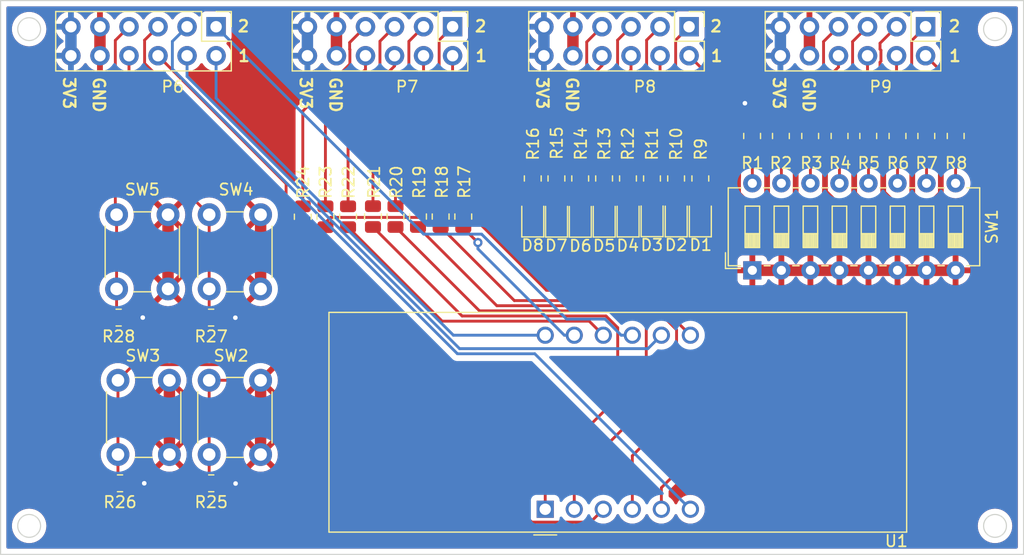
<source format=kicad_pcb>
(kicad_pcb (version 20211014) (generator pcbnew)
  (layers (0 "F.Cu" signal) (31 "B.Cu" signal) (34 "B.Paste" user) (35 "F.Paste" user) (36 "B.SilkS" user "B.Silkscreen") (37 "F.SilkS" user "F.Silkscreen") (38 "B.Mask" user) (39 "F.Mask" user) (44 "Edge.Cuts" user))
  (net 0 "")
  (net 1 "GND")
  (net 2 "Net-(D1-Pad2)")
  (net 3 "Net-(D2-Pad2)")
  (net 4 "Net-(D3-Pad2)")
  (net 5 "Net-(D4-Pad2)")
  (net 6 "Net-(D5-Pad2)")
  (net 7 "Net-(D6-Pad2)")
  (net 8 "Net-(D7-Pad2)")
  (net 9 "Net-(D8-Pad2)")
  (net 10 "/DISPLAY/1P6")
  (net 11 "/DISPLAY/2P6")
  (net 12 "/DISPLAY/3P6")
  (net 13 "/DISPLAY/4P6")
  (net 14 "/PIN_HEADER_8X4/5P6")
  (net 15 "/PIN_HEADER_8X4/6P6")
  (net 16 "/PIN_HEADER_8X4/7P6")
  (net 17 "/PIN_HEADER_8X4/8P6")
  (net 18 "+3V3")
  (net 19 "/DISPLAY/1P7")
  (net 20 "/DISPLAY/2P7")
  (net 21 "/DISPLAY/3P7")
  (net 22 "/DISPLAY/4P7")
  (net 23 "/DISPLAY/5P7")
  (net 24 "/DISPLAY/6P7")
  (net 25 "/DISPLAY/7P7")
  (net 26 "/DISPLAY/8P7")
  (net 27 "/LEDs/1P8")
  (net 28 "/LEDs/2P8")
  (net 29 "/LEDs/3P8")
  (net 30 "/LEDs/4P8")
  (net 31 "/LEDs/5P8")
  (net 32 "/LEDs/6P8")
  (net 33 "/LEDs/7P8")
  (net 34 "/LEDs/8P8")
  (net 35 "/DIP_SWITCH/1P9")
  (net 36 "/DIP_SWITCH/2P9")
  (net 37 "/DIP_SWITCH/3P9")
  (net 38 "/DIP_SWITCH/4P9")
  (net 39 "/DIP_SWITCH/5P9")
  (net 40 "/DIP_SWITCH/6P9")
  (net 41 "/DIP_SWITCH/7P9")
  (net 42 "/DIP_SWITCH/8P9")
  (net 43 "Net-(R17-Pad2)")
  (net 44 "Net-(R18-Pad2)")
  (net 45 "Net-(R19-Pad2)")
  (net 46 "Net-(R20-Pad2)")
  (net 47 "Net-(R21-Pad2)")
  (net 48 "Net-(R22-Pad2)")
  (net 49 "Net-(R23-Pad2)")
  (net 50 "Net-(R24-Pad2)")
  (footprint "Resistor_SMD:R_0805_2012Metric" (layer "F.Cu") (at 91.92 65.93 -90)
    (fp_text reference "R23")
    (fp_text value "1K" hide)
  )
  (footprint "Resistor_SMD:R_0805_2012Metric" (layer "F.Cu") (at 103.98 65.9125 -90)
    (fp_text reference "R17")
    (fp_text value "1K" hide)
  )
  (footprint "Resistor_SMD:R_0805_2012Metric" (layer "F.Cu") (at 124.72 62.5775 -90)
    (fp_text reference "R9")
    (fp_text value "2.2K" hide)
  )
  (footprint "Resistor_SMD:R_0805_2012Metric" (layer "F.Cu") (at 141.97 58.8575 -90)
    (fp_text reference "R6")
    (fp_text value "1K" hide)
  )
  (footprint "Resistor_SMD:R_0805_2012Metric" (layer "F.Cu") (at 134.33 58.8575 -90)
    (fp_text reference "R3")
    (fp_text value "1K" hide)
  )
  (footprint "Resistor_SMD:R_0805_2012Metric" (layer "F.Cu") (at 120.49 62.5775 -90)
    (fp_text reference "R11")
    (fp_text value "2.2K" hide)
  )
  (footprint "Resistor_SMD:R_0805_2012Metric" (layer "F.Cu") (at 73.83 74.76 180)
    (fp_text reference "R28")
    (fp_text value "1K" hide)
  )
  (footprint "Resistor_SMD:R_0805_2012Metric" (layer "F.Cu") (at 118.39 62.5775 -90)
    (fp_text reference "R12")
    (fp_text value "2.2K" hide)
  )
  (footprint "LED_SMD:LED_0805_2012Metric" (layer "F.Cu") (at 120.5 65.99 90)
    (fp_text reference "D3")
    (fp_text value "LED" hide)
  )
  (footprint "Resistor_SMD:R_0805_2012Metric" (layer "F.Cu") (at 129.25 58.8575 -90)
    (fp_text reference "R1")
    (fp_text value "1K" hide)
  )
  (footprint "Button_Switch_THT:SW_PUSH_6mm" (layer "F.Cu") (at 78.15 65.75 -90)
    (fp_text reference "SW5")
    (fp_text value "SW_Push" hide)
  )
  (footprint "LED_SMD:LED_0805_2012Metric" (layer "F.Cu") (at 122.61 66 90)
    (fp_text reference "D2")
    (fp_text value "LED" hide)
  )
  (footprint "LED_SMD:LED_0805_2012Metric" (layer "F.Cu") (at 110.06 66.01 90)
    (fp_text reference "D8")
    (fp_text value "LED" hide)
  )
  (footprint "Connector_PinHeader_2.54mm:PinHeader_2x06_P2.54mm_Vertical" (layer "F.Cu") (at 144.425 49.29 -90)
    (fp_text reference "J4" hide)
    (fp_text value "P9")
  )
  (footprint "LED_SMD:LED_0805_2012Metric" (layer "F.Cu") (at 124.72 66 90)
    (fp_text reference "D1")
    (fp_text value "LED" hide)
  )
  (footprint "Connector_PinHeader_2.54mm:PinHeader_2x06_P2.54mm_Vertical" (layer "F.Cu") (at 103.045 49.29 -90)
    (fp_text reference "J2" hide)
    (fp_text value "P7")
  )
  (footprint "Resistor_SMD:R_0805_2012Metric" (layer "F.Cu") (at 93.9 65.93 -90)
    (fp_text reference "R22")
    (fp_text value "1K" hide)
  )
  (footprint "Resistor_SMD:R_0805_2012Metric" (layer "F.Cu") (at 100.02 65.9125 -90)
    (fp_text reference "R19")
    (fp_text value "1K" hide)
  )
  (footprint "Resistor_SMD:R_0805_2012Metric" (layer "F.Cu") (at 98.05 65.9125 -90)
    (fp_text reference "R20")
    (fp_text value "1K" hide)
  )
  (footprint "Resistor_SMD:R_0805_2012Metric" (layer "F.Cu") (at 116.3 62.5775 -90)
    (fp_text reference "R13")
    (fp_text value "2.2K" hide)
  )
  (footprint "Button_Switch_THT:SW_DIP_SPSTx08_Slide_6.7x21.88mm_W7.62mm_P2.54mm_LowProfile" (layer "F.Cu") (at 129.27 70.62 90)
    (fp_text reference "SW1")
    (fp_text value "SW_DIP_x08" hide)
  )
  (footprint "LED_SMD:LED_0805_2012Metric" (layer "F.Cu") (at 118.4 66.01 90)
    (fp_text reference "D4")
    (fp_text value "LED" hide)
  )
  (footprint "Resistor_SMD:R_0805_2012Metric" (layer "F.Cu") (at 144.49 58.8575 -90)
    (fp_text reference "R7")
    (fp_text value "1K" hide)
  )
  (footprint "Resistor_SMD:R_0805_2012Metric" (layer "F.Cu") (at 81.92 74.76 180)
    (fp_text reference "R27")
    (fp_text value "1K" hide)
  )
  (footprint "LED_SMD:LED_0805_2012Metric" (layer "F.Cu") (at 112.14 66.02 90)
    (fp_text reference "D7")
    (fp_text value "LED" hide)
  )
  (footprint "Button_Switch_THT:SW_PUSH_6mm" (layer "F.Cu") (at 86.25 80.25 -90)
    (fp_text reference "SW2")
    (fp_text value "SW_Push" hide)
  )
  (footprint "Resistor_SMD:R_0805_2012Metric" (layer "F.Cu") (at 89.94 65.93 -90)
    (fp_text reference "R24")
    (fp_text value "1K" hide)
  )
  (footprint "LED_SMD:LED_0805_2012Metric" (layer "F.Cu") (at 116.31 66.02 90)
    (fp_text reference "D5")
    (fp_text value "LED" hide)
  )
  (footprint "Resistor_SMD:R_0805_2012Metric" (layer "F.Cu") (at 114.21 62.5775 -90)
    (fp_text reference "R14")
    (fp_text value "2.2K" hide)
  )
  (footprint "Resistor_SMD:R_0805_2012Metric" (layer "F.Cu") (at 110.06 62.5775 -90)
    (fp_text reference "R16")
    (fp_text value "2.2K" hide)
  )
  (footprint "Resistor_SMD:R_0805_2012Metric" (layer "F.Cu") (at 96.08 65.9125 -90)
    (fp_text reference "R21")
    (fp_text value "1K" hide)
  )
  (footprint "Resistor_SMD:R_0805_2012Metric" (layer "F.Cu") (at 139.41 58.8575 -90)
    (fp_text reference "R5")
    (fp_text value "1K" hide)
  )
  (footprint "Button_Switch_THT:SW_PUSH_6mm" (layer "F.Cu") (at 78.27 80.25 -90)
    (fp_text reference "SW3")
    (fp_text value "SW_Push" hide)
  )
  (footprint "Button_Switch_THT:SW_PUSH_6mm" (layer "F.Cu") (at 86.25 65.75 -90)
    (fp_text reference "SW4")
    (fp_text value "SW_Push" hide)
  )
  (footprint "Resistor_SMD:R_0805_2012Metric" (layer "F.Cu") (at 131.77 58.8575 -90)
    (fp_text reference "R2")
    (fp_text value "1K" hide)
  )
  (footprint "Resistor_SMD:R_0805_2012Metric" (layer "F.Cu") (at 122.6 62.5775 -90)
    (fp_text reference "R10")
    (fp_text value "2.2K" hide)
  )
  (footprint "Resistor_SMD:R_0805_2012Metric" (layer "F.Cu") (at 112.13 62.5775 -90)
    (fp_text reference "R15")
    (fp_text value "2.2K" hide)
  )
  (footprint "Display_7Segment:CA56-12CGKWA" (layer "F.Cu") (at 111.15 91.5425 90)
    (fp_text reference "U1")
    (fp_text value "CA56-12CGKWA" hide)
  )
  (footprint "Connector_PinHeader_2.54mm:PinHeader_2x06_P2.54mm_Vertical" (layer "F.Cu") (at 123.735 49.29 -90)
    (fp_text reference "J3" hide)
    (fp_text value "P8")
  )
  (footprint "Resistor_SMD:R_0805_2012Metric" (layer "F.Cu") (at 81.93 89.27 180)
    (fp_text reference "R25")
    (fp_text value "1K" hide)
  )
  (footprint "LED_SMD:LED_0805_2012Metric" (layer "F.Cu") (at 114.22 66.03 90)
    (fp_text reference "D6")
    (fp_text value "LED" hide)
  )
  (footprint "Resistor_SMD:R_0805_2012Metric" (layer "F.Cu") (at 73.95 89.27 180)
    (fp_text reference "R26")
    (fp_text value "1K" hide)
  )
  (footprint "Resistor_SMD:R_0805_2012Metric" (layer "F.Cu") (at 102 65.9125 -90)
    (fp_text reference "R18")
    (fp_text value "1K" hide)
  )
  (footprint "Connector_PinHeader_2.54mm:PinHeader_2x06_P2.54mm_Vertical" (layer "F.Cu") (at 82.355 49.29 -90)
    (fp_text reference "J1" hide)
    (fp_text value "P6")
  )
  (footprint "Resistor_SMD:R_0805_2012Metric" (layer "F.Cu") (at 147.06 58.8575 -90)
    (fp_text reference "R8")
    (fp_text value "1K" hide)
  )
  (footprint "Resistor_SMD:R_0805_2012Metric" (layer "F.Cu") (at 136.9 58.8575 -90)
    (fp_text reference "R4")
    (fp_text value "1K" hide)
  )
  (gr_rect (start 153 47) (end 63.5 95.5) (layer "Edge.Cuts") (width 0.1) (fill none))
  (gr_circle (center 66 93) (end 66 92) (layer "Edge.Cuts") (width 0.1) (fill none))
  (gr_circle (center 150.5 93) (end 150.5 92) (layer "Edge.Cuts") (width 0.1) (fill none))
  (gr_circle (center 66 49.5) (end 66 48.5) (layer "Edge.Cuts") (width 0.1) (fill none))
  (gr_circle (center 150.5 49.5) (end 150.5 48.5) (layer "Edge.Cuts") (width 0.1) (fill none))
  (gr_text "3V3" (at 110.9 55.107143 270) (layer "F.SilkS") (effects (font (size 1 1) (thickness 0.2))))
  (gr_text "2" (at 146.95 49.25) (layer "F.SilkS") (effects (font (size 1 1) (thickness 0.2))))
  (gr_text "1" (at 147 51.85) (layer "F.SilkS") (effects (font (size 1 1) (thickness 0.2))))
  (gr_text "GND" (at 92.8 55.25 270) (layer "F.SilkS") (effects (font (size 1 1) (thickness 0.2))))
  (gr_text "GND" (at 113.5 55.25 270) (layer "F.SilkS") (effects (font (size 1 1) (thickness 0.2))))
  (gr_text "GND" (at 72.1 55.25 270) (layer "F.SilkS") (effects (font (size 1 1) (thickness 0.2))))
  (gr_text "3V3" (at 90.2 55.107143 270) (layer "F.SilkS") (effects (font (size 1 1) (thickness 0.2))))
  (gr_text "3V3" (at 131.6 55.107143 270) (layer "F.SilkS") (effects (font (size 1 1) (thickness 0.2))))
  (gr_text "2" (at 84.75 49.25) (layer "F.SilkS") (effects (font (size 1 1) (thickness 0.2))))
  (gr_text "1" (at 84.8 51.85) (layer "F.SilkS") (effects (font (size 1 1) (thickness 0.2))))
  (gr_text "1" (at 126.15 51.85) (layer "F.SilkS") (effects (font (size 1 1) (thickness 0.2))))
  (gr_text "2" (at 126.1 49.25) (layer "F.SilkS") (effects (font (size 1 1) (thickness 0.2))))
  (gr_text "3V3" (at 69.5 55.107143 270) (layer "F.SilkS") (effects (font (size 1 1) (thickness 0.2))))
  (gr_text "1" (at 105.55 51.85) (layer "F.SilkS") (effects (font (size 1 1) (thickness 0.2))))
  (gr_text "2" (at 105.5 49.25) (layer "F.SilkS") (effects (font (size 1 1) (thickness 0.2))))
  (gr_text "GND" (at 134.2 55.25 270) (layer "F.SilkS") (effects (font (size 1 1) (thickness 0.2))))
  (segment (start 72.195 49.29) (end 72.195 51.83) (width 1) (layer "F.Cu") (net 1))
  (segment (start 124.72 66.9375) (end 110.07 66.9375) (width 1) (layer "F.Cu") (net 1))
  (segment (start 78.15 65.75) (end 78.15 72.25) (width 1) (layer "F.Cu") (net 1))
  (segment (start 92.885 49.29) (end 92.885 51.83) (width 1) (layer "F.Cu") (net 1))
  (segment (start 134.265 49.29) (end 134.265 51.83) (width 1) (layer "F.Cu") (net 1))
  (segment (start 86.25 65.75) (end 86.25 72.25) (width 1) (layer "F.Cu") (net 1))
  (segment (start 113.575 49.29) (end 113.575 51.83) (width 1) (layer "F.Cu") (net 1))
  (segment (start 86.25 80.25) (end 86.25 86.75) (width 1) (layer "F.Cu") (net 1))
  (segment (start 78.27 80.25) (end 78.27 86.75) (width 1) (layer "F.Cu") (net 1))
  (segment (start 110.07 66.9375) (end 110.06 66.9475) (width 1) (layer "F.Cu") (net 1))
  (segment (start 147.05 70.62) (end 129.27 70.62) (width 1) (layer "F.Cu") (net 1))
  (segment (start 124.72 63.49) (end 124.72 65.0625) (width 0.25) (layer "F.Cu") (net 2))
  (segment (start 122.61 65.0625) (end 122.61 63.5) (width 0.25) (layer "F.Cu") (net 3))
  (segment (start 122.61 63.5) (end 122.6 63.49) (width 0.25) (layer "F.Cu") (net 3))
  (segment (start 120.49 63.49) (end 120.49 65.0425) (width 0.25) (layer "F.Cu") (net 4))
  (segment (start 120.49 65.0425) (end 120.5 65.0525) (width 0.25) (layer "F.Cu") (net 4))
  (segment (start 118.4 63.5) (end 118.39 63.49) (width 0.25) (layer "F.Cu") (net 5))
  (segment (start 118.4 65.0725) (end 118.4 63.5) (width 0.25) (layer "F.Cu") (net 5))
  (segment (start 116.3 65.0725) (end 116.31 65.0825) (width 0.25) (layer "F.Cu") (net 6))
  (segment (start 116.3 63.49) (end 116.3 65.0725) (width 0.25) (layer "F.Cu") (net 6))
  (segment (start 114.22 65.0925) (end 114.22 63.5) (width 0.25) (layer "F.Cu") (net 7))
  (segment (start 114.22 63.5) (end 114.21 63.49) (width 0.25) (layer "F.Cu") (net 7))
  (segment (start 112.13 65.0725) (end 112.14 65.0825) (width 0.25) (layer "F.Cu") (net 8))
  (segment (start 112.13 63.49) (end 112.13 65.0725) (width 0.25) (layer "F.Cu") (net 8))
  (segment (start 110.06 63.49) (end 110.06 65.0725) (width 0.25) (layer "F.Cu") (net 9))
  (segment (start 105.58 67.45) (end 100.515 67.45) (width 0.25) (layer "B.Cu") (net 10))
  (segment (start 113.02 74.89) (end 105.58 67.45) (width 0.25) (layer "B.Cu") (net 10))
  (segment (start 118.77 76.3025) (end 117.7925 76.3025) (width 0.25) (layer "B.Cu") (net 10))
  (segment (start 116.38 74.89) (end 113.02 74.89) (width 0.25) (layer "B.Cu") (net 10))
  (segment (start 100.515 67.45) (end 82.355 49.29) (width 0.25) (layer "B.Cu") (net 10))
  (segment (start 117.7925 76.3025) (end 116.38 74.89) (width 0.25) (layer "B.Cu") (net 10))
  (segment (start 82.355 55.542208) (end 82.355 51.83) (width 0.25) (layer "B.Cu") (net 11))
  (segment (start 103.115292 76.3025) (end 82.355 55.542208) (width 0.25) (layer "B.Cu") (net 11))
  (segment (start 111.15 76.3025) (end 103.115292 76.3025) (width 0.25) (layer "B.Cu") (net 11))
  (segment (start 103.47 77.93) (end 78.53 52.99) (width 0.25) (layer "B.Cu") (net 12))
  (segment (start 110.2375 77.93) (end 103.47 77.93) (width 0.25) (layer "B.Cu") (net 12))
  (segment (start 78.53 52.99) (end 78.53 50.575) (width 0.25) (layer "B.Cu") (net 12))
  (segment (start 78.53 50.575) (end 79.815 49.29) (width 0.25) (layer "B.Cu") (net 12))
  (segment (start 123.85 91.5425) (end 110.2375 77.93) (width 0.25) (layer "B.Cu") (net 12))
  (segment (start 121.3075 76.3025) (end 120.13 77.48) (width 0.25) (layer "B.Cu") (net 13))
  (segment (start 121.31 76.3025) (end 121.3075 76.3025) (width 0.25) (layer "B.Cu") (net 13))
  (segment (start 120.13 77.48) (end 103.656396 77.48) (width 0.25) (layer "B.Cu") (net 13))
  (segment (start 79.815 53.638604) (end 79.815 51.83) (width 0.25) (layer "B.Cu") (net 13))
  (segment (start 103.656396 77.48) (end 79.815 53.638604) (width 0.25) (layer "B.Cu") (net 13))
  (segment (start 73.77 86.75) (end 73.77 88.5375) (width 0.25) (layer "F.Cu") (net 14))
  (segment (start 84.553604 78.88) (end 75.14 78.88) (width 0.25) (layer "F.Cu") (net 14))
  (segment (start 75.14 78.88) (end 73.77 80.25) (width 0.25) (layer "F.Cu") (net 14))
  (segment (start 73.77 80.25) (end 73.77 86.75) (width 0.25) (layer "F.Cu") (net 14))
  (segment (start 76.1 52.5) (end 87.95 64.35) (width 0.25) (layer "F.Cu") (net 14))
  (segment (start 87.95 75.483604) (end 84.553604 78.88) (width 0.25) (layer "F.Cu") (net 14))
  (segment (start 87.95 64.35) (end 87.95 75.483604) (width 0.25) (layer "F.Cu") (net 14))
  (segment (start 73.77 88.5375) (end 73.0375 89.27) (width 0.25) (layer "F.Cu") (net 14))
  (segment (start 76.1 50.465) (end 76.1 52.5) (width 0.25) (layer "F.Cu") (net 14))
  (segment (start 77.275 49.29) (end 76.1 50.465) (width 0.25) (layer "F.Cu") (net 14))
  (segment (start 88.48 75.59) (end 83.82 80.25) (width 0.25) (layer "F.Cu") (net 15))
  (segment (start 81.75 86.75) (end 81.75 88.5375) (width 0.25) (layer "F.Cu") (net 15))
  (segment (start 77.275 51.83) (end 88.48 63.035) (width 0.25) (layer "F.Cu") (net 15))
  (segment (start 83.82 80.25) (end 81.75 80.25) (width 0.25) (layer "F.Cu") (net 15))
  (segment (start 81.75 88.5375) (end 81.0175 89.27) (width 0.25) (layer "F.Cu") (net 15))
  (segment (start 88.48 63.035) (end 88.48 75.59) (width 0.25) (layer "F.Cu") (net 15))
  (segment (start 81.75 86.75) (end 81.75 80.25) (width 0.25) (layer "F.Cu") (net 15))
  (segment (start 73.65 72.25) (end 73.65 74.0275) (width 0.25) (layer "F.Cu") (net 16))
  (segment (start 73.65 74.0275) (end 72.9175 74.76) (width 0.25) (layer "F.Cu") (net 16))
  (segment (start 73.65 65.75) (end 73.65 72.25) (width 0.25) (layer "F.Cu") (net 16))
  (segment (start 73.54 65.64) (end 73.65 65.75) (width 0.25) (layer "F.Cu") (net 16))
  (segment (start 73.54 50.485) (end 73.54 65.64) (width 0.25) (layer "F.Cu") (net 16))
  (segment (start 74.735 49.29) (end 73.54 50.485) (width 0.25) (layer "F.Cu") (net 16))
  (segment (start 81.0075 74.76) (end 81.75 74.0175) (width 0.25) (layer "F.Cu") (net 17))
  (segment (start 81.75 72.25) (end 81.75 65.75) (width 0.25) (layer "F.Cu") (net 17))
  (segment (start 81.75 74.0175) (end 81.75 72.25) (width 0.25) (layer "F.Cu") (net 17))
  (segment (start 74.735 51.83) (end 74.735 58.735) (width 0.25) (layer "F.Cu") (net 17))
  (segment (start 74.735 58.735) (end 81.75 65.75) (width 0.25) (layer "F.Cu") (net 17))
  (segment (start 145.76 63.89) (end 145.76 59.245) (width 0.5) (layer "F.Cu") (net 18))
  (segment (start 134.265 57.945) (end 133.06 59.15) (width 0.5) (layer "F.Cu") (net 18))
  (segment (start 139.295 57.945) (end 138.18 59.06) (width 0.5) (layer "F.Cu") (net 18))
  (segment (start 131.77 57.945) (end 130.56 59.155) (width 0.5) (layer "F.Cu") (net 18))
  (segment (start 138.18 63.91) (end 138.92 64.65) (width 0.5) (layer "F.Cu") (net 18))
  (segment (start 84.04 89.27) (end 84.06 89.29) (width 1) (layer "F.Cu") (net 18))
  (segment (start 141.97 57.945) (end 141.835 57.945) (width 0.5) (layer "F.Cu") (net 18))
  (segment (start 136.678172 57.945) (end 135.626586 58.996586) (width 0.5) (layer "F.Cu") (net 18))
  (segment (start 143.97 64.65) (end 145 64.65) (width 0.5) (layer "F.Cu") (net 18))
  (segment (start 141.835 57.945) (end 140.72 59.06) (width 0.5) (layer "F.Cu") (net 18))
  (segment (start 143.26 59.175) (end 143.26 63.94) (width 0.5) (layer "F.Cu") (net 18))
  (segment (start 133.06 63.9) (end 133.81 64.65) (width 0.5) (layer "F.Cu") (net 18))
  (segment (start 74.7425 74.76) (end 75.94 74.76) (width 1) (layer "F.Cu") (net 18))
  (segment (start 128.02 63.9) (end 128.77 64.65) (width 0.5) (layer "F.Cu") (net 18))
  (segment (start 128.885 57.945) (end 128.03 58.8) (width 0.5) (layer "F.Cu") (net 18))
  (segment (start 130.56 59.155) (end 130.56 63.95) (width 0.5) (layer "F.Cu") (net 18))
  (segment (start 140.72 59.06) (end 140.72 63.82) (width 0.5) (layer "F.Cu") (net 18))
  (segment (start 139.41 57.945) (end 139.295 57.945) (width 0.5) (layer "F.Cu") (net 18))
  (segment (start 128.03 62.472233) (end 128.02 62.482233) (width 0.5) (layer "F.Cu") (net 18))
  (segment (start 138.92 64.65) (end 141.84 64.65) (width 0.5) (layer "F.Cu") (net 18))
  (segment (start 140.72 63.82) (end 141.55 64.65) (width 0.5) (layer "F.Cu") (net 18))
  (segment (start 134.33 57.945) (end 134.265 57.945) (width 0.5) (layer "F.Cu") (net 18))
  (segment (start 133.06 59.15) (end 133.06 63.9) (width 0.5) (layer "F.Cu") (net 18))
  (segment (start 74.8625 89.27) (end 76.07 89.27) (width 1) (layer "F.Cu") (net 18))
  (segment (start 135.626586 58.996586) (end 135.626586 63.756586) (width 0.5) (layer "F.Cu") (net 18))
  (segment (start 145.76 59.245) (end 147.06 57.945) (width 0.5) (layer "F.Cu") (net 18))
  (segment (start 135.626586 63.756586) (end 136.52 64.65) (width 0.5) (layer "F.Cu") (net 18))
  (segment (start 136.9 57.945) (end 136.678172 57.945) (width 0.5) (layer "F.Cu") (net 18))
  (segment (start 82.8425 89.27) (end 84.04 89.27) (width 1) (layer "F.Cu") (net 18))
  (segment (start 144.49 57.945) (end 143.26 59.175) (width 0.5) (layer "F.Cu") (net 18))
  (segment (start 128.03 58.8) (end 128.03 62.472233) (width 0.5) (layer "F.Cu") (net 18))
  (segment (start 82.8325 74.76) (end 84.03 74.76) (width 1) (layer "F.Cu") (net 18))
  (segment (start 136.52 64.65) (end 138.92 64.65) (width 0.5) (layer "F.Cu") (net 18))
  (segment (start 84.03 74.76) (end 84.04 74.77) (width 1) (layer "F.Cu") (net 18))
  (segment (start 129.25 57.945) (end 128.885 57.945) (width 0.5) (layer "F.Cu") (net 18))
  (segment (start 133.81 64.65) (end 136.52 64.65) (width 0.5) (layer "F.Cu") (net 18))
  (segment (start 143.26 63.94) (end 143.97 64.65) (width 0.5) (layer "F.Cu") (net 18))
  (segment (start 141.84 64.65) (end 143.97 64.65) (width 0.5) (layer "F.Cu") (net 18))
  (segment (start 128.77 64.65) (end 131.26 64.65) (width 0.5) (layer "F.Cu") (net 18))
  (segment (start 128.02 62.482233) (end 128.02 63.9) (width 0.5) (layer "F.Cu") (net 18))
  (segment (start 131.26 64.65) (end 133.81 64.65) (width 0.5) (layer "F.Cu") (net 18))
  (segment (start 138.18 59.06) (end 138.18 63.91) (width 0.5) (layer "F.Cu") (net 18))
  (segment (start 145 64.65) (end 145.76 63.89) (width 0.5) (layer "F.Cu") (net 18))
  (segment (start 129.25 57.945) (end 129.25 56.62) (width 0.5) (layer "F.Cu") (net 18))
  (segment (start 129.25 56.62) (end 128.62 55.99) (width 0.5) (layer "F.Cu") (net 18))
  (segment (start 130.56 63.95) (end 131.26 64.65) (width 0.5) (layer "F.Cu") (net 18))
  (via (at 84.06 89.29) (size 0.8) (drill 0.4) (layers "F.Cu" "B.Cu") (net 18))
  (via (at 84.04 74.77) (size 0.8) (drill 0.4) (layers "F.Cu" "B.Cu") (net 18))
  (via (at 75.94 74.76) (size 0.8) (drill 0.4) (layers "F.Cu" "B.Cu") (net 18))
  (via (at 128.62 55.99) (size 0.8) (drill 0.4) (layers "F.Cu" "B.Cu") (net 18))
  (via (at 76.07 89.27) (size 0.8) (drill 0.4) (layers "F.Cu" "B.Cu") (net 18))
  (segment (start 69.655 51.83) (end 69.655 49.29) (width 1) (layer "B.Cu") (net 18))
  (segment (start 131.725 51.83) (end 131.725 49.29) (width 1) (layer "B.Cu") (net 18))
  (segment (start 90.345 49.29) (end 90.345 51.83) (width 1) (layer "B.Cu") (net 18))
  (segment (start 111.035 51.83) (end 111.035 49.29) (width 1) (layer "B.Cu") (net 18))
  (segment (start 102 65) (end 101.87 64.87) (width 0.25) (layer "F.Cu") (net 19))
  (segment (start 101.87 64.87) (end 101.87 50.465) (width 0.25) (layer "F.Cu") (net 19))
  (segment (start 101.87 50.465) (end 103.045 49.29) (width 0.25) (layer "F.Cu") (net 19))
  (segment (start 103.045 51.83) (end 103.045 62.095) (width 0.25) (layer "F.Cu") (net 20))
  (segment (start 103.98 63.03) (end 103.98 65) (width 0.25) (layer "F.Cu") (net 20))
  (segment (start 103.045 62.095) (end 103.98 63.03) (width 0.25) (layer "F.Cu") (net 20))
  (segment (start 98.05 54.06) (end 99.22 52.89) (width 0.25) (layer "F.Cu") (net 21))
  (segment (start 99.22 50.575) (end 100.505 49.29) (width 0.25) (layer "F.Cu") (net 21))
  (segment (start 98.05 65) (end 98.05 54.06) (width 0.25) (layer "F.Cu") (net 21))
  (segment (start 99.22 52.89) (end 99.22 50.575) (width 0.25) (layer "F.Cu") (net 21))
  (segment (start 100.505 54.145) (end 100.505 51.83) (width 0.25) (layer "F.Cu") (net 22))
  (segment (start 100.02 65) (end 100.02 54.63) (width 0.25) (layer "F.Cu") (net 22))
  (segment (start 100.02 54.63) (end 100.505 54.145) (width 0.25) (layer "F.Cu") (net 22))
  (segment (start 93.9 55.63) (end 96.69 52.84) (width 0.25) (layer "F.Cu") (net 23))
  (segment (start 96.69 50.565) (end 97.965 49.29) (width 0.25) (layer "F.Cu") (net 23))
  (segment (start 93.9 65.0175) (end 93.9 55.63) (width 0.25) (layer "F.Cu") (net 23))
  (segment (start 96.69 52.84) (end 96.69 50.565) (width 0.25) (layer "F.Cu") (net 23))
  (segment (start 96.08 54.62) (end 97.965 52.735) (width 0.25) (layer "F.Cu") (net 24))
  (segment (start 96.08 65) (end 96.08 54.62) (width 0.25) (layer "F.Cu") (net 24))
  (segment (start 97.965 52.735) (end 97.965 51.83) (width 0.25) (layer "F.Cu") (net 24))
  (segment (start 94.06 51.29) (end 94.04 51.27) (width 0.25) (layer "F.Cu") (net 25))
  (segment (start 94.04 51.27) (end 94.04 50.675) (width 0.25) (layer "F.Cu") (net 25))
  (segment (start 89.94 56.68) (end 94.06 52.56) (width 0.25) (layer "F.Cu") (net 25))
  (segment (start 89.94 65.0175) (end 89.94 56.68) (width 0.25) (layer "F.Cu") (net 25))
  (segment (start 94.04 50.675) (end 95.425 49.29) (width 0.25) (layer "F.Cu") (net 25))
  (segment (start 94.06 52.56) (end 94.06 51.29) (width 0.25) (layer "F.Cu") (net 25))
  (segment (start 95.425 53.025) (end 95.425 51.83) (width 0.25) (layer "F.Cu") (net 26))
  (segment (start 91.92 56.53) (end 95.425 53.025) (width 0.25) (layer "F.Cu") (net 26))
  (segment (start 91.92 65.0175) (end 91.92 56.53) (width 0.25) (layer "F.Cu") (net 26))
  (segment (start 122.6 61.665) (end 122.56 61.625) (width 0.25) (layer "F.Cu") (net 27))
  (segment (start 122.56 50.465) (end 123.735 49.29) (width 0.25) (layer "F.Cu") (net 27))
  (segment (start 122.56 61.625) (end 122.56 50.465) (width 0.25) (layer "F.Cu") (net 27))
  (segment (start 124.72 52.815) (end 123.735 51.83) (width 0.25) (layer "F.Cu") (net 28))
  (segment (start 124.72 61.665) (end 124.72 52.815) (width 0.25) (layer "F.Cu") (net 28))
  (segment (start 118.39 61.665) (end 118.39 54.69) (width 0.25) (layer "F.Cu") (net 29))
  (segment (start 120.02 53.06) (end 120.02 50.465) (width 0.25) (layer "F.Cu") (net 29))
  (segment (start 118.39 54.69) (end 120.02 53.06) (width 0.25) (layer "F.Cu") (net 29))
  (segment (start 120.02 50.465) (end 121.195 49.29) (width 0.25) (layer "F.Cu") (net 29))
  (segment (start 120.49 54.65) (end 121.195 53.945) (width 0.25) (layer "F.Cu") (net 30))
  (segment (start 120.49 61.665) (end 120.49 54.65) (width 0.25) (layer "F.Cu") (net 30))
  (segment (start 121.195 53.945) (end 121.195 51.83) (width 0.25) (layer "F.Cu") (net 30))
  (segment (start 117.48 52.64) (end 117.48 50.465) (width 0.25) (layer "F.Cu") (net 31))
  (segment (start 117.48 50.465) (end 118.655 49.29) (width 0.25) (layer "F.Cu") (net 31))
  (segment (start 114.21 55.91) (end 117.48 52.64) (width 0.25) (layer "F.Cu") (net 31))
  (segment (start 114.21 61.665) (end 114.21 55.91) (width 0.25) (layer "F.Cu") (net 31))
  (segment (start 116.3 61.665) (end 116.3 55.42) (width 0.25) (layer "F.Cu") (net 32))
  (segment (start 116.3 55.42) (end 118.655 53.065) (width 0.25) (layer "F.Cu") (net 32))
  (segment (start 118.655 53.065) (end 118.655 51.83) (width 0.25) (layer "F.Cu") (net 32))
  (segment (start 114.78 52.8) (end 114.78 50.625) (width 0.25) (layer "F.Cu") (net 33))
  (segment (start 110.06 61.665) (end 110.06 57.52) (width 0.25) (layer "F.Cu") (net 33))
  (segment (start 110.06 57.52) (end 114.78 52.8) (width 0.25) (layer "F.Cu") (net 33))
  (segment (start 114.78 50.625) (end 116.115 49.29) (width 0.25) (layer "F.Cu") (net 33))
  (segment (start 116.115 52.695) (end 116.115 51.83) (width 0.25) (layer "F.Cu") (net 34))
  (segment (start 112.13 56.68) (end 116.115 52.695) (width 0.25) (layer "F.Cu") (net 34))
  (segment (start 112.13 61.665) (end 112.13 56.68) (width 0.25) (layer "F.Cu") (net 34))
  (segment (start 143.21 53.72) (end 143.21 50.505) (width 0.25) (layer "F.Cu") (net 35))
  (segment (start 143.21 50.505) (end 144.425 49.29) (width 0.25) (layer "F.Cu") (net 35))
  (segment (start 144.49 59.470673) (end 145.515 58.445673) (width 0.25) (layer "F.Cu") (net 35))
  (segment (start 145.515 56.025) (end 143.21 53.72) (width 0.25) (layer "F.Cu") (net 35))
  (segment (start 144.51 59.79) (end 144.51 63) (width 0.25) (layer "F.Cu") (net 35))
  (segment (start 144.49 59.77) (end 144.51 59.79) (width 0.25) (layer "F.Cu") (net 35))
  (segment (start 144.49 59.77) (end 144.49 59.470673) (width 0.25) (layer "F.Cu") (net 35))
  (segment (start 145.515 58.445673) (end 145.515 56.025) (width 0.25) (layer "F.Cu") (net 35))
  (segment (start 147.06 59.77) (end 147.06 59.47) (width 0.25) (layer "F.Cu") (net 36))
  (segment (start 147.06 59.47) (end 148.09 58.44) (width 0.25) (layer "F.Cu") (net 36))
  (segment (start 148.09 55.495) (end 144.425 51.83) (width 0.25) (layer "F.Cu") (net 36))
  (segment (start 148.09 58.44) (end 148.09 55.495) (width 0.25) (layer "F.Cu") (net 36))
  (segment (start 147.06 59.77) (end 147.05 59.78) (width 0.25) (layer "F.Cu") (net 36))
  (segment (start 147.05 59.78) (end 147.05 63) (width 0.25) (layer "F.Cu") (net 36))
  (segment (start 140.44 51.263299) (end 140.44 50.735) (width 0.25) (layer "F.Cu") (net 37))
  (segment (start 139.43 59.79) (end 139.43 63) (width 0.25) (layer "F.Cu") (net 37))
  (segment (start 140.44 58.45) (end 140.44 52.396701) (width 0.25) (layer "F.Cu") (net 37))
  (segment (start 140.52 52.316701) (end 140.52 51.343299) (width 0.25) (layer "F.Cu") (net 37))
  (segment (start 139.41 59.77) (end 139.43 59.79) (width 0.25) (layer "F.Cu") (net 37))
  (segment (start 140.44 50.735) (end 141.885 49.29) (width 0.25) (layer "F.Cu") (net 37))
  (segment (start 139.41 59.77) (end 139.41 59.48) (width 0.25) (layer "F.Cu") (net 37))
  (segment (start 140.44 52.396701) (end 140.52 52.316701) (width 0.25) (layer "F.Cu") (net 37))
  (segment (start 140.52 51.343299) (end 140.44 51.263299) (width 0.25) (layer "F.Cu") (net 37))
  (segment (start 139.41 59.48) (end 140.44 58.45) (width 0.25) (layer "F.Cu") (net 37))
  (segment (start 143 56.18) (end 141.885 55.065) (width 0.25) (layer "F.Cu") (net 38))
  (segment (start 143 58.45) (end 143 56.18) (width 0.25) (layer "F.Cu") (net 38))
  (segment (start 141.885 55.065) (end 141.885 51.83) (width 0.25) (layer "F.Cu") (net 38))
  (segment (start 141.97 59.48) (end 143 58.45) (width 0.25) (layer "F.Cu") (net 38))
  (segment (start 141.97 59.77) (end 141.97 59.48) (width 0.25) (layer "F.Cu") (net 38))
  (segment (start 141.97 59.77) (end 141.97 63) (width 0.25) (layer "F.Cu") (net 38))
  (segment (start 134.33 59.77) (end 134.35 59.79) (width 0.25) (layer "F.Cu") (net 39))
  (segment (start 138.04 53.42) (end 138.04 50.595) (width 0.25) (layer "F.Cu") (net 39))
  (segment (start 134.35 59.79) (end 134.35 63) (width 0.25) (layer "F.Cu") (net 39))
  (segment (start 134.33 59.48) (end 135.36 58.45) (width 0.25) (layer "F.Cu") (net 39))
  (segment (start 134.33 59.77) (end 134.33 59.48) (width 0.25) (layer "F.Cu") (net 39))
  (segment (start 135.36 58.45) (end 135.36 56.1) (width 0.25) (layer "F.Cu") (net 39))
  (segment (start 135.36 56.1) (end 138.04 53.42) (width 0.25) (layer "F.Cu") (net 39))
  (segment (start 138.04 50.595) (end 139.345 49.29) (width 0.25) (layer "F.Cu") (net 39))
  (segment (start 137.94 55.15) (end 139.345 53.745) (width 0.25) (layer "F.Cu") (net 40))
  (segment (start 137.94 58.44) (end 137.94 55.15) (width 0.25) (layer "F.Cu") (net 40))
  (segment (start 136.9 59.77) (end 136.89 59.78) (width 0.25) (layer "F.Cu") (net 40))
  (segment (start 139.345 53.745) (end 139.345 51.83) (width 0.25) (layer "F.Cu") (net 40))
  (segment (start 136.89 59.78) (end 136.89 63) (width 0.25) (layer "F.Cu") (net 40))
  (segment (start 136.9 59.77) (end 136.9 59.48) (width 0.25) (layer "F.Cu") (net 40))
  (segment (start 136.9 59.48) (end 137.94 58.44) (width 0.25) (layer "F.Cu") (net 40))
  (segment (start 134.78 53.45) (end 135.5 52.73) (width 0.25) (layer "F.Cu") (net 41))
  (segment (start 130.28 58.46) (end 130.28 55.81) (width 0.25) (layer "F.Cu") (net 41))
  (segment (start 129.25 59.77) (end 129.25 59.49) (width 0.25) (layer "F.Cu") (net 41))
  (segment (start 129.27 59.79) (end 129.27 63) (width 0.25) (layer "F.Cu") (net 41))
  (segment (start 135.5 52.73) (end 135.5 50.595) (width 0.25) (layer "F.Cu") (net 41))
  (segment (start 129.25 59.77) (end 129.27 59.79) (width 0.25) (layer "F.Cu") (net 41))
  (segment (start 130.28 55.81) (end 132.64 53.45) (width 0.25) (layer "F.Cu") (net 41))
  (segment (start 135.5 50.595) (end 136.805 49.29) (width 0.25) (layer "F.Cu") (net 41))
  (segment (start 132.64 53.45) (end 134.78 53.45) (width 0.25) (layer "F.Cu") (net 41))
  (segment (start 129.25 59.49) (end 130.28 58.46) (width 0.25) (layer "F.Cu") (net 41))
  (segment (start 131.77 59.77) (end 131.77 59.470673) (width 0.25) (layer "F.Cu") (net 42))
  (segment (start 132.8 58.440673) (end 132.8 56.83) (width 0.25) (layer "F.Cu") (net 42))
  (segment (start 131.77 59.470673) (end 132.8 58.440673) (width 0.25) (layer "F.Cu") (net 42))
  (segment (start 131.81 59.81) (end 131.81 63) (width 0.25) (layer "F.Cu") (net 42))
  (segment (start 136.805 52.825) (end 136.805 51.83) (width 0.25) (layer "F.Cu") (net 42))
  (segment (start 132.8 56.83) (end 136.805 52.825) (width 0.25) (layer "F.Cu") (net 42))
  (segment (start 131.77 59.77) (end 131.81 59.81) (width 0.25) (layer "F.Cu") (net 42))
  (segment (start 103.98 66.825) (end 103.98 66.91) (width 0.25) (layer "F.Cu") (net 43))
  (segment (start 103.98 66.91) (end 105.26 68.19) (width 0.25) (layer "F.Cu") (net 43))
  (via (at 105.26 68.19) (size 0.8) (drill 0.4) (layers "F.Cu" "B.Cu") (net 43))
  (segment (start 112.8225 76.3025) (end 113.69 76.3025) (width 0.25) (layer "B.Cu") (net 43))
  (segment (start 105.26 68.19) (end 105.26 68.74) (width 0.25) (layer "B.Cu") (net 43))
  (segment (start 105.26 68.74) (end 112.8225 76.3025) (width 0.25) (layer "B.Cu") (net 43))
  (segment (start 108.445 73.27) (end 120.8175 73.27) (width 0.25) (layer "F.Cu") (net 44))
  (segment (start 102 66.825) (end 108.445 73.27) (width 0.25) (layer "F.Cu") (net 44))
  (segment (start 120.8175 73.27) (end 123.85 76.3025) (width 0.25) (layer "F.Cu") (net 44))
  (segment (start 100.02 66.825) (end 106.915 73.72) (width 0.25) (layer "F.Cu") (net 45))
  (segment (start 106.915 73.72) (end 120.53 73.72) (width 0.25) (layer "F.Cu") (net 45))
  (segment (start 122.64 82.99) (end 118.77 86.86) (width 0.25) (layer "F.Cu") (net 45))
  (segment (start 120.53 73.72) (end 122.64 75.83) (width 0.25) (layer "F.Cu") (net 45))
  (segment (start 118.77 86.86) (end 118.77 91.5425) (width 0.25) (layer "F.Cu") (net 45))
  (segment (start 122.64 75.83) (end 122.64 82.99) (width 0.25) (layer "F.Cu") (net 45))
  (segment (start 118.64 74.17) (end 119.99 75.52) (width 0.25) (layer "F.Cu") (net 46))
  (segment (start 105.395 74.17) (end 118.64 74.17) (width 0.25) (layer "F.Cu") (net 46))
  (segment (start 119.99 82.46) (end 113.69 88.76) (width 0.25) (layer "F.Cu") (net 46))
  (segment (start 98.05 66.825) (end 105.395 74.17) (width 0.25) (layer "F.Cu") (net 46))
  (segment (start 119.99 75.52) (end 119.99 82.46) (width 0.25) (layer "F.Cu") (net 46))
  (segment (start 113.69 88.76) (end 113.69 91.5425) (width 0.25) (layer "F.Cu") (net 46))
  (segment (start 103.875 74.62) (end 116.47 74.62) (width 0.25) (layer "F.Cu") (net 47))
  (segment (start 117.49 81.76) (end 111.15 88.1) (width 0.25) (layer "F.Cu") (net 47))
  (segment (start 117.49 75.64) (end 117.49 81.76) (width 0.25) (layer "F.Cu") (net 47))
  (segment (start 116.47 74.62) (end 117.49 75.64) (width 0.25) (layer "F.Cu") (net 47))
  (segment (start 111.15 88.1) (end 111.15 91.5425) (width 0.25) (layer "F.Cu") (net 47))
  (segment (start 96.08 66.825) (end 103.875 74.62) (width 0.25) (layer "F.Cu") (net 47))
  (segment (start 114.9975 75.07) (end 116.23 76.3025) (width 0.25) (layer "F.Cu") (net 48))
  (segment (start 102.1275 75.07) (end 114.9975 75.07) (width 0.25) (layer "F.Cu") (net 48))
  (segment (start 93.9 66.8425) (end 102.1275 75.07) (width 0.25) (layer "F.Cu") (net 48))
  (segment (start 126.4 84.57) (end 121.31 89.66) (width 0.25) (layer "F.Cu") (net 49))
  (segment (start 104.8775 65.9875) (end 111.26 72.37) (width 0.25) (layer "F.Cu") (net 49))
  (segment (start 91.92 66.44) (end 92.3725 65.9875) (width 0.25) (layer "F.Cu") (net 49))
  (segment (start 91.92 66.8425) (end 91.92 66.44) (width 0.25) (layer "F.Cu") (net 49))
  (segment (start 121.31 89.66) (end 121.31 91.5425) (width 0.25) (layer "F.Cu") (net 49))
  (segment (start 92.3725 65.9875) (end 104.8775 65.9875) (width 0.25) (layer "F.Cu") (net 49))
  (segment (start 111.26 72.37) (end 124.17 72.37) (width 0.25) (layer "F.Cu") (net 49))
  (segment (start 124.17 72.37) (end 126.4 74.6) (width 0.25) (layer "F.Cu") (net 49))
  (segment (start 126.4 74.6) (end 126.4 84.57) (width 0.25) (layer "F.Cu") (net 49))
  (segment (start 116.23 91.55) (end 116.23 91.5425) (width 0.25) (layer "F.Cu") (net 50))
  (segment (start 115.11 92.67) (end 116.23 91.55) (width 0.25) (layer "F.Cu") (net 50))
  (segment (start 109.97 92.67) (end 115.11 92.67) (width 0.25) (layer "F.Cu") (net 50))
  (segment (start 107.41 90.11) (end 109.97 92.67) (width 0.25) (layer "F.Cu") (net 50))
  (segment (start 107.41 84.3125) (end 107.41 90.11) (width 0.25) (layer "F.Cu") (net 50))
  (segment (start 89.94 66.8425) (end 107.41 84.3125) (width 0.25) (layer "F.Cu") (net 50))
  (zone (net 1) (net_name "GND") (layer "F.Cu") (connect_pads (clearance 0.508)) (min_thickness 0.254) (fill yes (thermal_gap 0.508) (thermal_bridge_width 0.508))
    (polygon (pts (xy 152.95 95.45) (xy 63.55 95.45) (xy 63.55 47.05) (xy 152.95 47.05)))
  )
  (zone (net 18) (net_name "+3V3") (layer "B.Cu") (connect_pads (clearance 0.508)) (min_thickness 0.254) (fill yes (thermal_gap 0.508) (thermal_bridge_width 0.508))
    (polygon (pts (xy 152.95 95.45) (xy 63.55 95.45) (xy 63.55 47.05) (xy 152.95 47.05)))
  )
)
</source>
